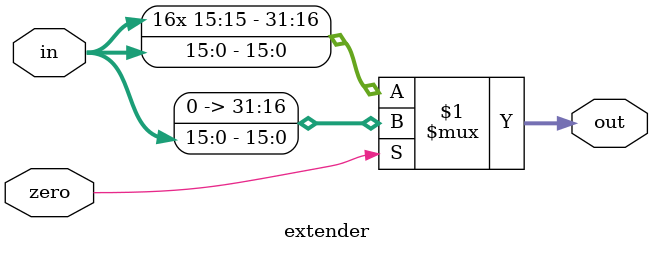
<source format=v>
`timescale 1ns/1ps

`default_nettype none

module extender(in, zero, out);

	input wire[15:0] in;
	input wire zero;
	output wire[31:0] out;

	assign out = zero ? {16'b0, in} : { {16{in[15]}}, in};
endmodule

`default_nettype wire

</source>
